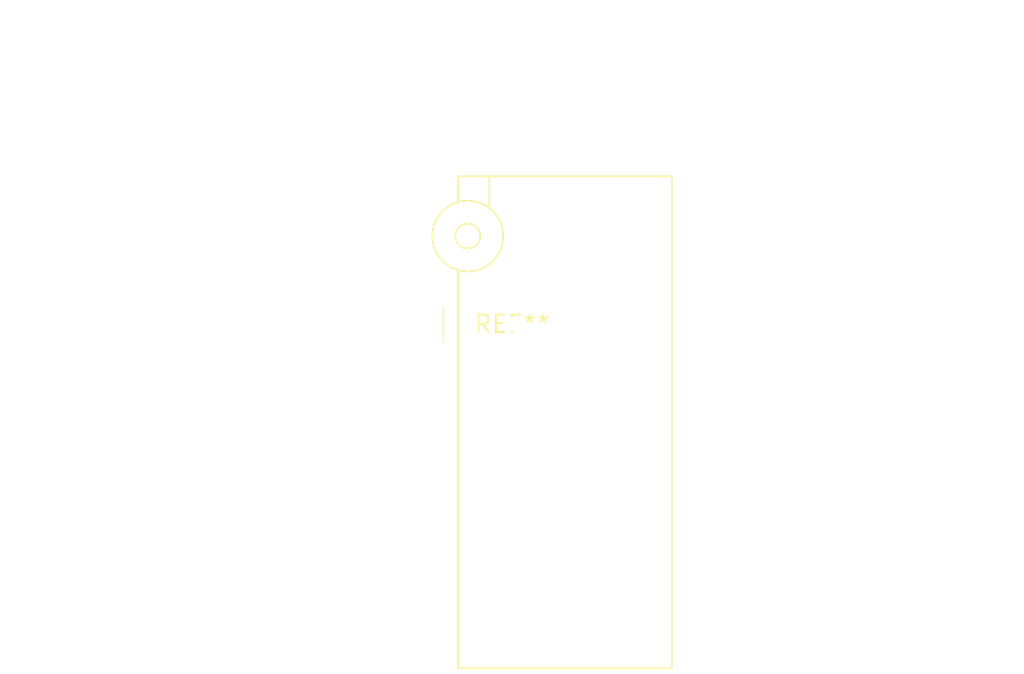
<source format=kicad_pcb>
(kicad_pcb (version 20240108) (generator pcbnew)
  (layers (0 "F.Cu" signal) (31 "B.Cu" signal) (34 "B.Paste" user) (35 "F.Paste" user) (36 "B.SilkS" user "B.Silkscreen") (37 "F.SilkS" user "F.Silkscreen") (38 "B.Mask" user) (39 "F.Mask" user) (44 "Edge.Cuts" user))
  (net 0 "")
  (footprint "DIP_Socket-16_W4.3_W5.08_W7.62_W10.16_W10.9_3M_216-3340-00-0602J" (layer "F.Cu") (at 0 0)
    (property "Reference" "REF**")
    (property "Value" "DIP_Socket-16_W4.3_W5.08_W7.62_W10.16_W10.9_3M_216-3340-00-0602J")
    (fp_line (start -4.95 1.27) (end -4.95 -1.27) (layer "F.SilkS") (stroke (width 0.12)))
    (fp_line (start -3.89 -10.66) (end -3.89 -8.8) (layer "F.SilkS") (stroke (width 0.12)))
    (fp_line (start -3.89 -3.9) (end -3.89 24.84) (layer "F.SilkS") (stroke (width 0.12)))
    (fp_line (start -3.89 24.84) (end 11.51 24.84) (layer "F.SilkS") (stroke (width 0.12)))
    (fp_line (start -1.65 -10.66) (end -1.65 -8.4) (layer "F.SilkS") (stroke (width 0.12)))
    (fp_line (start 11.51 -10.66) (end -3.89 -10.66) (layer "F.SilkS") (stroke (width 0.12)))
    (fp_line (start 11.51 24.84) (end 11.51 -10.66) (layer "F.SilkS") (stroke (width 0.12)))
    (fp_circle (center -3.2 -6.35) (end -2.3 -6.35) (layer "F.SilkS") (stroke (width 0.12)) (fill none))
    (fp_circle (center -3.2 -6.35) (end -0.65 -6.35) (layer "F.SilkS") (stroke (width 0.12)) (fill none))
    (pad "1" thru_hole rect (at 0 0) (size 2 1.44) (drill 1) (layers *.Cu *.Mask) (remove_unused_layers))
    (pad "2" thru_hole oval (at 0 2.54) (size 2 1.44) (drill 1) (layers *.Cu *.Mask) (remove_unused_layers))
    (pad "3" thru_hole oval (at 0 5.08) (size 2 1.44) (drill 1) (layers *.Cu *.Mask) (remove_unused_layers))
    (pad "4" thru_hole oval (at 0 7.62) (size 2 1.44) (drill 1) (layers *.Cu *.Mask) (remove_unused_layers))
    (pad "5" thru_hole oval (at 0 10.16) (size 2 1.44) (drill 1) (layers *.Cu *.Mask) (remove_unused_layers))
    (pad "6" thru_hole oval (at 0 12.7) (size 2 1.44) (drill 1) (layers *.Cu *.Mask) (remove_unused_layers))
    (pad "7" thru_hole oval (at 0 15.24) (size 2 1.44) (drill 1) (layers *.Cu *.Mask) (remove_unused_layers))
    (pad "8" thru_hole oval (at 0 17.78) (size 2 1.44) (drill 1) (layers *.Cu *.Mask) (remove_unused_layers))
    (pad "9" thru_hole oval (at 7.62 17.78) (size 2 1.44) (drill 1) (layers *.Cu *.Mask) (remove_unused_layers))
    (pad "10" thru_hole oval (at 7.62 15.24) (size 2 1.44) (drill 1) (layers *.Cu *.Mask) (remove_unused_layers))
    (pad "11" thru_hole oval (at 7.62 12.7) (size 2 1.44) (drill 1) (layers *.Cu *.Mask) (remove_unused_layers))
    (pad "12" thru_hole oval (at 7.62 10.16) (size 2 1.44) (drill 1) (layers *.Cu *.Mask) (remove_unused_layers))
    (pad "13" thru_hole oval (at 7.62 7.62) (size 2 1.44) (drill 1) (layers *.Cu *.Mask) (remove_unused_layers))
    (pad "14" thru_hole oval (at 7.62 5.08) (size 2 1.44) (drill 1) (layers *.Cu *.Mask) (remove_unused_layers))
    (pad "15" thru_hole oval (at 7.62 2.54) (size 2 1.44) (drill 1) (layers *.Cu *.Mask) (remove_unused_layers))
    (pad "16" thru_hole oval (at 7.62 0) (size 2 1.44) (drill 1) (layers *.Cu *.Mask) (remove_unused_layers))
  )
)
</source>
